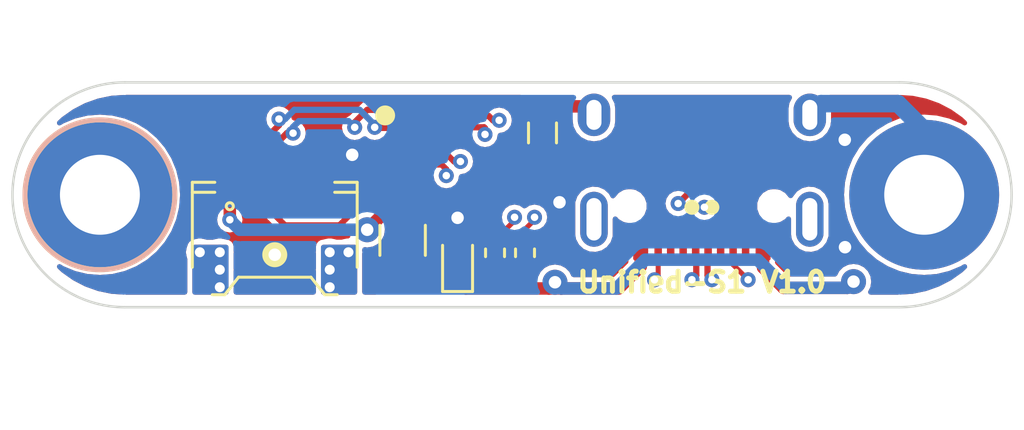
<source format=kicad_pcb>
(kicad_pcb (version 20211014) (generator pcbnew)
  (layers (0 "F.Cu" signal) (1 "In1.Cu" signal) (2 "In2.Cu" signal) (31 "B.Cu" signal) (34 "B.Paste" user) (35 "F.Paste" user) (36 "B.SilkS" user "B.Silkscreen") (37 "F.SilkS" user "F.Silkscreen") (38 "B.Mask" user) (39 "F.Mask" user) (44 "Edge.Cuts" user))
  (net 0 "")
  (net 1 "GND")
  (net 2 "VBUS")
  (net 5 "D+")
  (net 6 "D-")
  (net 7 "Net-(J1-PadA5)")
  (net 8 "Net-(J1-PadB5)")
  (net 9 "5V")
  (net 10 "GNDPWR")
  (footprint "Inductor_SMD:L_0805_2012Metric" (layer "F.Cu") (at 132.71875 92.5225 -90)
    (fp_text reference "FB1" hide)
    (fp_text value "GZ2012D601TF")
    (fp_line (start -0.399622 -0.56) (end 0.399622 -0.56) (layer "F.SilkS") (width 0.12))
    (fp_line (start -0.399622 0.56) (end 0.399622 0.56) (layer "F.SilkS") (width 0.12))
    (pad "1" smd roundrect (at -1.0625 0 270) (size 0.875 1.2) (layers "F.Cu" "F.Paste" "F.Mask") (net 10 "GNDPWR"))
    (pad "2" smd roundrect (at 1.0625 0 270) (size 0.875 1.2) (layers "F.Cu" "F.Paste" "F.Mask") (net 1 "GND"))
  )
  (footprint "Resistor_SMD:R_0402_1005Metric" (layer "F.Cu") (at 130.81875 97.3225 -90)
    (fp_text reference "R2" hide)
    (fp_text value "5.1k")
    (fp_line (start -0.153641 -0.38) (end 0.153641 -0.38) (layer "F.SilkS") (width 0.12))
    (fp_line (start -0.153641 0.38) (end 0.153641 0.38) (layer "F.SilkS") (width 0.12))
    (pad "1" smd roundrect (at -0.51 0 270) (size 0.54 0.64) (layers "F.Cu" "F.Paste" "F.Mask") (net 8 "Net-(J1-PadB5)"))
    (pad "2" smd roundrect (at 0.51 0 270) (size 0.54 0.64) (layers "F.Cu" "F.Paste" "F.Mask") (net 1 "GND"))
  )
  (footprint "MountingHole:MountingHole_3.2mm_M3_DIN965_Pad_TopBottom" (layer "F.Cu") (at 148 95)
    (fp_text reference "H1" hide)
    (fp_text value "MountingHole" hide)
    (pad "1" connect circle (at 0 0) (size 6 6) (layers "F.Cu" "F.Mask") (net 10 "GNDPWR"))
    (pad "1" connect circle (at 0 0) (size 6 6) (layers "B.Cu" "B.Mask") (net 10 "GNDPWR"))
    (pad "1" thru_hole circle (at 0 0) (size 3.6 3.6) (drill 3.2) (layers *.Cu *.Mask) (net 10 "GNDPWR"))
  )
  (footprint "Fuse:Fuse_1206_3216Metric" (layer "F.Cu") (at 127.11875 96.8225 90)
    (fp_text reference "F1" hide)
    (fp_text value "SMD0805-050-16V")
    (fp_line (start -0.602064 0.91) (end 0.602064 0.91) (layer "F.SilkS") (width 0.12))
    (fp_line (start -0.602064 -0.91) (end 0.602064 -0.91) (layer "F.SilkS") (width 0.12))
    (pad "1" smd roundrect (at -1.4 0 90) (size 1.25 1.75) (layers "F.Cu" "F.Paste" "F.Mask") (roundrect_rratio 0.2) (net 2 "VBUS"))
    (pad "2" smd roundrect (at 1.4 0 90) (size 1.25 1.75) (layers "F.Cu" "F.Paste" "F.Mask") (roundrect_rratio 0.2) (net 9 "5V"))
  )
  (footprint "acheron_Components:USON-10_2.5x1.0mm_P0.5mm" (layer "F.Cu") (at 127.41875 92.8225)
    (fp_text reference "U1" hide)
    (fp_text value "TPD4E05U06DQAR")
    (fp_circle (center -1 -1) (end -1 -1) (layer "F.SilkS") (width 0.4) (fill none))
    (pad "1" smd roundrect locked (at -0.385 -1 270) (size 0.25 0.55) (layers "F.Cu" "F.Paste" "F.Mask") (roundrect_rratio 0.5) (net 5 "D+"))
    (pad "2" smd rect locked (at -0.385 -0.5 270) (size 0.25 0.55) (layers "F.Cu" "F.Paste" "F.Mask") (net 6 "D-"))
    (pad "3" smd rect locked (at -0.385 0 270) (size 0.3 0.55) (layers "F.Cu" "F.Paste" "F.Mask") (net 1 "GND"))
    (pad "4" smd rect locked (at -0.385 0.5 270) (size 0.25 0.55) (layers "F.Cu" "F.Paste" "F.Mask") (net 5 "D+"))
    (pad "5" smd rect locked (at -0.385 1 270) (size 0.25 0.55) (layers "F.Cu" "F.Paste" "F.Mask") (net 6 "D-"))
    (pad "6" smd rect locked (at 0.385 1 270) (size 0.25 0.55) (layers "F.Cu" "F.Paste" "F.Mask") (net 6 "D-"))
    (pad "7" smd rect locked (at 0.385 0.5 270) (size 0.25 0.55) (layers "F.Cu" "F.Paste" "F.Mask") (net 5 "D+"))
    (pad "8" smd rect locked (at 0.385 0 270) (size 0.3 0.55) (layers "F.Cu" "F.Paste" "F.Mask") (net 1 "GND"))
    (pad "9" smd rect locked (at 0.385 -0.5 270) (size 0.25 0.55) (layers "F.Cu" "F.Paste" "F.Mask") (net 6 "D-"))
    (pad "10" smd rect locked (at 0.385 -1 270) (size 0.25 0.55) (layers "F.Cu" "F.Paste" "F.Mask") (net 5 "D+"))
  )
  (footprint "locallib:PicoEZMate-Reinforced-Lite" (layer "F.Cu") (at 122 96.5)
    (fp_text reference "J2" hide)
    (fp_text value "78171-0004")
    (fp_line (start -3.3 -2) (end -2.4 -2) (layer "F.SilkS") (width 0.12))
    (fp_line (start -2 2.5) (end -2.5 2.5) (layer "F.SilkS") (width 0.12))
    (fp_line (start 3.3 -1.6) (end 2.4 -1.6) (layer "F.SilkS") (width 0.12))
    (fp_line (start 1.45 1.8) (end -1.45 1.8) (layer "F.SilkS") (width 0.12))
    (fp_line (start -3.3 -2) (end -3.3 1.4) (layer "F.SilkS") (width 0.12))
    (fp_line (start 3.3 -2) (end 3.3 1.4) (layer "F.SilkS") (width 0.12))
    (fp_line (start -2.4 -1.6) (end -3.3 -1.6) (layer "F.SilkS") (width 0.12))
    (fp_line (start 2.4 -2) (end 3.3 -2) (layer "F.SilkS") (width 0.12))
    (fp_line (start 2 2.5) (end 2.5 2.5) (layer "F.SilkS") (width 0.12))
    (fp_line (start 2 2.5) (end 1.45 1.8) (layer "F.SilkS") (width 0.12))
    (fp_line (start -1.45 1.8) (end -2 2.5) (layer "F.SilkS") (width 0.12))
    (fp_circle (center -1.8 -1.041421) (end -1.7 -1.141421) (layer "F.SilkS") (width 0.12) (fill none))
    (pad "" smd roundrect (at -2.575 1.5) (size 1.45 2) (layers "F.Cu") (roundrect_rratio 0.06896551724))
    (pad "" thru_hole circle (at 2.95 0.8) (size 0.6 0.6) (drill 0.4) (layers *.Cu))
    (pad "" thru_hole circle (at -2.2 0.8) (size 0.6 0.6) (drill 0.4) (layers *.Cu))
    (pad "" thru_hole circle (at -2.2 2.2) (size 0.6 0.6) (drill 0.4) (layers *.Cu))
    (pad "" smd roundrect (at 2.575 1.5) (size 1.45 2) (layers "B.Cu") (roundrect_rratio 0.06896551724))
    (pad "" thru_hole circle (at 2.2 2.2) (size 0.6 0.6) (drill 0.4) (layers *.Cu))
    (pad "" thru_hole circle (at 2.2 1.5) (size 0.6 0.6) (drill 0.4) (layers *.Cu))
    (pad "" thru_hole circle (at -3 0.8) (size 0.6 0.6) (drill 0.4) (layers *.Cu))
    (pad "" thru_hole circle (at 2.2 0.8) (size 0.6 0.6) (drill 0.4) (layers *.Cu))
    (pad "" thru_hole circle (at -2.2 1.5) (size 0.6 0.6) (drill 0.4) (layers *.Cu))
    (pad "" smd roundrect (at 2.575 1.5) (size 1.45 2) (layers "F.Cu") (roundrect_rratio 0.06896551724))
    (pad "" smd roundrect (at -2.575 1.5) (size 1.45 2) (layers "B.Cu") (roundrect_rratio 0.06896551724))
    (pad "1" smd roundrect (at -1.8 -2.2) (size 1 1.8) (layers "F.Cu") (roundrect_rratio 0.1666666667) (net 9 "5V"))
    (pad "2" smd roundrect (at -0.6 -2.2) (size 1 1.8) (layers "F.Cu") (roundrect_rratio 0.1666666667) (net 6 "D-"))
    (pad "3" smd roundrect (at 0.6 -2.2) (size 1 1.8) (layers "F.Cu") (roundrect_rratio 0.1666666667) (net 5 "D+"))
    (pad "4" smd roundrect (at 1.8 -2.2) (size 1 1.8) (layers "F.Cu") (roundrect_rratio 0.1666666667) (net 1 "GND"))
  )
  (footprint "MountingHole:MountingHole_3.2mm_M3_DIN965_Pad_TopOnly" (layer "F.Cu") (at 115 95 180)
    (fp_text reference "H2" hide)
    (fp_text value "MountingHole" hide)
    (pad "1" thru_hole circle (at 0 0 180) (size 6 6) (drill 3.2) (layers *.Cu))
  )
  (footprint "locallib:HRO-TYPE-C-31-M-12-Assembly" (layer "F.Cu") (at 139.1 89.2 180)
    (fp_text reference "J1" hide)
    (fp_text value "TYPE-C-31-M-12")
    (pad "" np_thru_hole circle (at 2.89 -6.25 180) (size 0.65 0.65) (drill 0.65) (layers *.Cu *.Mask))
    (pad "" np_thru_hole circle (at -2.89 -6.25 180) (size 0.65 0.65) (drill 0.65) (layers *.Cu *.Mask))
    (pad "A1" smd roundrect (at -3.225 -7.695 180) (size 0.6 1.45) (layers "F.Cu" "F.Paste" "F.Mask") (roundrect_rratio 0.1) (net 1 "GND"))
    (pad "A4" smd roundrect (at -2.45 -7.695 180) (size 0.6 1.45) (layers "F.Cu" "F.Paste" "F.Mask") (roundrect_rratio 0.1) (net 2 "VBUS"))
    (pad "A5" smd roundrect (at -1.25 -7.695 180) (size 0.3 1.45) (layers "F.Cu" "F.Paste" "F.Mask") (roundrect_rratio 0.2) (net 7 "Net-(J1-PadA5)"))
    (pad "A6" smd roundrect (at -0.25 -7.695 180) (size 0.3 1.45) (layers "F.Cu" "F.Paste" "F.Mask") (roundrect_rratio 0.2) (net 5 "D+"))
    (pad "A7" smd roundrect (at 0.25 -7.695 180) (size 0.3 1.45) (layers "F.Cu" "F.Paste" "F.Mask") (roundrect_rratio 0.2) (net 6 "D-"))
    (pad "A8" smd roundrect (at 1.25 -7.695 180) (size 0.3 1.45) (layers "F.Cu" "F.Paste" "F.Mask") (roundrect_rratio 0.2))
    (pad "B1" smd roundrect (at 3.225 -7.695 180) (size 0.6 1.45) (layers "F.Cu" "F.Paste" "F.Mask") (roundrect_rratio 0.1) (net 1 "GND"))
    (pad "B4" smd roundrect (at 2.45 -7.695 180) (size 0.6 1.45) (layers "F.Cu" "F.Paste" "F.Mask") (roundrect_rratio 0.1) (net 2 "VBUS"))
    (pad "B5" smd roundrect (at 1.75 -7.695 180) (size 0.3 1.45) (layers "F.Cu" "F.Paste" "F.Mask") (roundrect_rratio 0.2) (net 8 "Net-(J1-PadB5)"))
    (pad "B6" smd roundrect (at 0.75 -7.695 180) (size 0.3 1.45) (layers "F.Cu" "F.Paste" "F.Mask") (roundrect_rratio 0.2) (net 5 "D+"))
    (pad "B7" smd roundrect (at -0.75 -7.695 180) (size 0.3 1.45) (layers "F.Cu" "F.Paste" "F.Mask") (roundrect_rratio 0.2) (net 6 "D-"))
    (pad "B8" smd roundrect (at -1.75 -7.695 180) (size 0.3 1.45) (layers "F.Cu" "F.Paste" "F.Mask") (roundrect_rratio 0.2))
    (pad "S1" thru_hole oval (at -4.32 -2.6 180) (size 1.3 1.7) (drill oval 0.6 1.2) (layers *.Cu *.Mask) (net 10 "GNDPWR"))
    (pad "S1" thru_hole oval (at -4.32 -6.78 180) (size 1.1 2.2) (drill oval 0.6 1.7) (layers *.Cu *.Mask) (net 10 "GNDPWR"))
    (pad "S1" thru_hole oval (at 4.32 -6.78 180) (size 1.1 2.2) (drill oval 0.6 1.7) (layers *.Cu *.Mask) (net 10 "GNDPWR"))
    (pad "S1" thru_hole oval (at 4.32 -2.6 180) (size 1.3 1.7) (drill oval 0.6 1.2) (layers *.Cu *.Mask) (net 10 "GNDPWR"))
  )
  (footprint "Diode_SMD:D_SOD-523" (layer "F.Cu") (at 129.31875 97.7225 90)
    (fp_text reference "D1" hide)
    (fp_text value "ESD5Z5V0")
    (fp_line (start -1.15 -0.6) (end -1.15 0.6) (layer "F.SilkS") (width 0.12))
    (fp_line (start 0.7 0.6) (end -1.15 0.6) (layer "F.SilkS") (width 0.12))
    (fp_line (start 0.7 -0.6) (end -1.15 -0.6) (layer "F.SilkS") (width 0.12))
    (pad "1" smd rect (at -0.7 0 270) (size 0.6 0.7) (layers "F.Cu" "F.Paste" "F.Mask") (net 2 "VBUS"))
    (pad "2" smd rect (at 0.7 0 270) (size 0.6 0.7) (layers "F.Cu" "F.Paste" "F.Mask") (net 1 "GND"))
  )
  (footprint "Resistor_SMD:R_0402_1005Metric" (layer "F.Cu") (at 132.01875 97.3225 90)
    (fp_text reference "R1" hide)
    (fp_text value "5.1k")
    (fp_line (start -0.153641 -0.38) (end 0.153641 -0.38) (layer "F.SilkS") (width 0.12))
    (fp_line (start -0.153641 0.38) (end 0.153641 0.38) (layer "F.SilkS") (width 0.12))
    (pad "1" smd roundrect (at -0.51 0 90) (size 0.54 0.64) (layers "F.Cu" "F.Paste" "F.Mask") (net 1 "GND"))
    (pad "2" smd roundrect (at 0.51 0 90) (size 0.54 0.64) (layers "F.Cu" "F.Paste" "F.Mask") (net 7 "Net-(J1-PadA5)"))
  )
  (gr_circle (center 115 95) (end 118 95) (layer "B.SilkS") (width 0.2) (fill none))
  (gr_circle (center 115 95) (end 118 95) (layer "F.SilkS") (width 0.2) (fill none))
  (gr_circle (center 122 97.4) (end 122.4 97.4) (layer "F.SilkS") (width 0.2) (fill solid))
  (gr_circle (center 139.5 95.5) (end 139.7 95.5) (layer "F.SilkS") (width 0.2) (fill solid))
  (gr_circle (center 138.7 95.5) (end 138.9 95.5) (layer "F.SilkS") (width 0.2) (fill solid))
  (gr_arc (start 116 99.500001) (mid 111.499999 95) (end 116 90.499999) (layer "Edge.Cuts") (width 0.1))
  (gr_arc (start 147 90.5) (mid 151.5 95) (end 147 99.5) (layer "Edge.Cuts") (width 0.1))
  (gr_line (start 147 90.5) (end 116 90.499999) (layer "Edge.Cuts") (width 0.1))
  (gr_line (start 116 99.500001) (end 147 99.5) (layer "Edge.Cuts") (width 0.1))
  (gr_text "Unified-S1 V1.0" (at 139.1 98.5) (layer "F.SilkS") (effects (font (size 0.8 0.8) (thickness 0.2))))
  (segment (start 135.85 96.8975) (end 135.85 97.327913) (width 0.2) (layer "F.Cu") (net 1))
  (segment (start 142.325 96.895) (end 142.325 97.443635) (width 0.2) (layer "F.Cu") (net 1))
  (segment (start 134.194524 97.998274) (end 133.24375 97.0475) (width 0.2) (layer "F.Cu") (net 1))
  (segment (start 132.50625 93.3725) (end 132.71875 93.585) (width 0.2) (layer "F.Cu") (net 1))
  (segment (start 144.016365 93.585) (end 144.279639 93.848274) (width 0.2) (layer "F.Cu") (net 1))
  (segment (start 127.80375 92.8225) (end 127.03375 92.8225) (width 0.2) (layer "F.Cu") (net 1))
  (segment (start 127.80375 92.8225) (end 129.61875 92.8225) (width 0.2) (layer "F.Cu") (net 1))
  (segment (start 142.325 97.443635) (end 142.729639 97.848274) (width 0.2) (layer "F.Cu") (net 1))
  (segment (start 135.179639 97.998274) (end 134.194524 97.998274) (width 0.2) (layer "F.Cu") (net 1))
  (segment (start 143.947824 97.848274) (end 144.820324 96.975774) (width 0.2) (layer "F.Cu") (net 1))
  (segment (start 124.7 93.4) (end 123.8 94.3) (width 0.2) (layer "F.Cu") (net 1))
  (segment (start 130.42875 97.8325) (end 130.81875 97.8325) (width 0.2) (layer "F.Cu") (net 1))
  (segment (start 144.820324 93.307589) (end 144.279639 93.848274) (width 0.2) (layer "F.Cu") (net 1))
  (segment (start 144.479639 94.698274) (end 144.479639 96.635089) (width 0.2) (layer "F.Cu") (net 1))
  (segment (start 130.16875 93.3725) (end 132.50625 93.3725) (width 0.2) (layer "F.Cu") (net 1))
  (segment (start 133.24375 97.0475) (end 133.24375 94.11) (width 0.2) (layer "F.Cu") (net 1))
  (segment (start 125.1 93.4) (end 124.7 93.4) (width 0.2) (layer "F.Cu") (net 1))
  (segment (start 129.31875 97.0225) (end 129.31875 95.9225) (width 0.2) (layer "F.Cu") (net 1))
  (segment (start 144.479639 96.635089) (end 144.820324 96.975774) (width 0.2) (layer "F.Cu") (net 1))
  (segment (start 129.61875 92.8225) (end 130.16875 93.3725) (width 0.2) (layer "F.Cu") (net 1))
  (segment (start 144.820324 93.048274) (end 144.820324 93.307589) (width 0.2) (layer "F.Cu") (net 1))
  (segment (start 132.01875 97.8325) (end 130.81875 97.8325) (width 0.2) (layer "F.Cu") (net 1))
  (segment (start 142.729639 97.848274) (end 143.947824 97.848274) (width 0.2) (layer "F.Cu") (net 1))
  (segment (start 135.875 96.895) (end 135.875 97.302913) (width 0.2) (layer "F.Cu") (net 1))
  (segment (start 135.875 97.302913) (end 135.179639 97.998274) (width 0.2) (layer "F.Cu") (net 1))
  (segment (start 133.24375 94.11) (end 132.71875 93.585) (width 0.2) (layer "F.Cu") (net 1))
  (segment (start 132.71875 93.585) (end 144.016365 93.585) (width 0.2) (layer "F.Cu") (net 1))
  (segment (start 144.279639 94.498274) (end 144.479639 94.698274) (width 0.2) (layer "F.Cu") (net 1))
  (segment (start 129.61875 97.0225) (end 130.42875 97.8325) (width 0.2) (layer "F.Cu") (net 1))
  (segment (start 132.45875 97.8325) (end 133.24375 97.0475) (width 0.2) (layer "F.Cu") (net 1))
  (segment (start 132.01875 97.8325) (end 132.45875 97.8325) (width 0.2) (layer "F.Cu") (net 1))
  (segment (start 129.31875 97.0225) (end 129.61875 97.0225) (width 0.2) (layer "F.Cu") (net 1))
  (segment (start 144.279639 93.848274) (end 144.279639 94.498274) (width 0.2) (layer "F.Cu") (net 1))
  (via (at 133.4 95.3) (size 1) (drill 0.5) (layers "F.Cu" "B.Cu") (net 1))
  (via (at 144.829639 97.098274) (size 1) (drill 0.5) (layers "F.Cu" "B.Cu") (net 1))
  (via (at 129.31875 95.9225) (size 1) (drill 0.5) (layers "F.Cu" "B.Cu") (net 1))
  (via (at 144.820324 92.798274) (size 1) (drill 0.5) (layers "F.Cu" "B.Cu") (net 1))
  (via (at 122 97.4) (size 1) (drill 0.5) (layers "F.Cu" "B.Cu") (net 1))
  (via (at 125.1 93.4) (size 1) (drill 0.5) (layers "F.Cu" "B.Cu") (net 1))
  (segment (start 127.6225 95.9225) (end 125.1 93.4) (width 0.2) (layer "B.Cu") (net 1))
  (segment (start 129.31875 95.9225) (end 127.6225 95.9225) (width 0.2) (layer "B.Cu") (net 1))
  (segment (start 129.646751 98.750501) (end 129.31875 98.4225) (width 0.5) (layer "F.Cu") (net 2))
  (segment (start 141.55 97.910254) (end 142.366019 98.726274) (width 0.5) (layer "F.Cu") (net 2))
  (segment (start 133.46775 98.75) (end 133.21875 98.501) (width 0.5) (layer "F.Cu") (net 2))
  (segment (start 132.969249 98.750501) (end 129.646751 98.750501) (width 0.5) (layer "F.Cu") (net 2))
  (segment (start 135.765903 98.75) (end 133.46775 98.75) (width 0.5) (layer "F.Cu") (net 2))
  (segment (start 136.651574 96.896574) (end 136.65 96.895) (width 0.5) (layer "F.Cu") (net 2))
  (segment (start 129.11875 98.2225) (end 129.31875 98.4225) (width 0.5) (layer "F.Cu") (net 2))
  (segment (start 144.922139 98.726274) (end 145.171639 98.476774) (width 0.5) (layer "F.Cu") (net 2))
  (segment (start 133.467249 98.750501) (end 133.46775 98.75) (width 0.5) (layer "F.Cu") (net 2))
  (segment (start 136.651574 97.864329) (end 135.765903 98.75) (width 0.5) (layer "F.Cu") (net 2))
  (segment (start 133.21875 98.501) (end 132.969249 98.750501) (width 0.5) (layer "F.Cu") (net 2))
  (segment (start 132.969249 98.750501) (end 133.467249 98.750501) (width 0.5) (layer "F.Cu") (net 2))
  (segment (start 127.11875 98.2225) (end 129.11875 98.2225) (width 0.5) (layer "F.Cu") (net 2))
  (segment (start 142.366019 98.726274) (end 144.922139 98.726274) (width 0.5) (layer "F.Cu") (net 2))
  (segment (start 141.55 96.895) (end 141.55 97.910254) (width 0.5) (layer "F.Cu") (net 2))
  (segment (start 136.651574 97.864329) (end 136.651574 96.896574) (width 0.5) (layer "F.Cu") (net 2))
  (via (at 133.21875 98.501) (size 1) (drill 0.5) (layers "F.Cu" "B.Cu") (net 2))
  (via (at 145.171639 98.476774) (size 1) (drill 0.5) (layers "F.Cu" "B.Cu") (net 2))
  (segment (start 145.171639 98.476774) (end 144.923413 98.725) (width 0.5) (layer "B.Cu") (net 2))
  (segment (start 141.329639 97.598274) (end 136.829639 97.598274) (width 0.5) (layer "B.Cu") (net 2))
  (segment (start 144.923413 98.725) (end 142.456365 98.725) (width 0.5) (layer "B.Cu") (net 2))
  (segment (start 135.677913 98.75) (end 133.46775 98.75) (width 0.5) (layer "B.Cu") (net 2))
  (segment (start 142.456365 98.725) (end 141.329639 97.598274) (width 0.5) (layer "B.Cu") (net 2))
  (segment (start 133.46775 98.75) (end 133.21875 98.501) (width 0.5) (layer "B.Cu") (net 2))
  (segment (start 136.829639 97.598274) (end 135.677913 98.75) (width 0.5) (layer "B.Cu") (net 2))
  (segment (start 139.35 96.895) (end 139.325001 96.919999) (width 0.25) (layer "F.Cu") (net 5))
  (segment (start 124.980747 95.209181) (end 124.409181 95.780747) (width 0.238506) (layer "F.Cu") (net 5))
  (segment (start 122.485356 92.532843) (end 122.225001 92.793198) (width 0.25) (layer "F.Cu") (net 5))
  (segment (start 122.590819 95.780747) (end 122.219253 95.409181) (width 0.238506) (layer "F.Cu") (net 5))
  (segment (start 122.732843 92.532843) (end 122.485356 92.532843) (width 0.25) (layer "F.Cu") (net 5))
  (segment (start 127.03375 93.3225) (end 126.88375 93.3225) (width 0.238506) (layer "F.Cu") (net 5))
  (segment (start 127.80375 91.8225) (end 127.03375 91.8225) (width 0.25) (layer "F.Cu") (net 5))
  (segment (start 128.216251 93.3225) (end 128.246998 93.353247) (width 0.238506) (layer "F.Cu") (net 5))
  (segment (start 129.177228 93.667157) (end 129.432843 93.667157) (width 0.238506) (layer "F.Cu") (net 5))
  (segment (start 128.241251 91.8475) (end 130.565699 91.8475) (width 0.25) (layer "F.Cu") (net 5))
  (segment (start 124.409181 95.780747) (end 122.590819 95.780747) (width 0.238506) (layer "F.Cu") (net 5))
  (segment (start 138.35 96.05) (end 138.9 95.5) (width 0.25) (layer "F.Cu") (net 5))
  (segment (start 125.7 91.6) (end 125.2 92.1) (width 0.25) (layer "F.Cu") (net 5))
  (segment (start 122.219253 94.680747) (end 122.6 94.3) (width 0.238506) (layer "F.Cu") (net 5))
  (segment (start 130.735356 92.017157) (end 130.982843 92.017157) (width 0.25) (layer "F.Cu") (net 5))
  (segment (start 125.2 92.1) (end 125.2 92.3) (width 0.25) (layer "F.Cu") (net 5))
  (segment (start 122.225001 92.793198) (end 122.225001 93.925001) (width 0.25) (layer "F.Cu") (net 5))
  (segment (start 122.219253 95.409181) (end 122.219253 94.680747) (width 0.238506) (layer "F.Cu") (net 5))
  (segment (start 127.03375 93.3225) (end 127.80375 93.3225) (width 0.238506) (layer "F.Cu") (net 5))
  (segment (start 126.5225 91.8225) (end 127.03375 91.8225) (width 0.25) (layer "F.Cu") (net 5))
  (segment (start 139.325001 96.919999) (end 139.325001 98.225001) (width 0.25) (layer "F.Cu") (net 5))
  (segment (start 130.565699 91.8475) (end 130.735356 92.017157) (width 0.25) (layer "F.Cu") (net 5))
  (segment (start 126.88375 93.3225) (end 126.853003 93.353247) (width 0.238506) (layer "F.Cu") (net 5))
  (segment (start 125.7 91.6) (end 126.3 91.6) (width 0.25) (layer "F.Cu") (net 5))
  (segment (start 128.246998 93.353247) (end 128.863318 93.353247) (width 0.238506) (layer "F.Cu") (net 5))
  (segment (start 139.325001 98.225001) (end 139.5 98.4) (width 0.25) (layer "F.Cu") (net 5))
  (segment (start 127.80375 93.3225) (end 128.216251 93.3225) (width 0.238506) (layer "F.Cu") (net 5))
  (segment (start 138.9 95.5) (end 139.2 95.5) (width 0.25) (layer "F.Cu") (net 5))
  (segment (start 127.80375 91.8225) (end 128.216251 91.8225) (width 0.25) (layer "F.Cu") (net 5))
  (segment (start 126.436681 93.353247) (end 124.980747 94.809181) (width 0.238506) (layer "F.Cu") (net 5))
  (segment (start 126.853003 93.353247) (end 126.436681 93.353247) (width 0.238506) (layer "F.Cu") (net 5))
  (segment (start 128.216251 91.8225) (end 128.241251 91.8475) (width 0.25) (layer "F.Cu") (net 5))
  (segment (start 122.225001 93.925001) (end 122.6 94.3) (width 0.25) (layer "F.Cu") (net 5))
  (segment (start 128.863318 93.353247) (end 129.177228 93.667157) (width 0.238506) (layer "F.Cu") (net 5))
  (segment (start 124.980747 94.809181) (end 124.980747 95.209181) (width 0.238506) (layer "F.Cu") (net 5))
  (segment (start 138.35 96.895) (end 138.35 96.05) (width 0.25) (layer "F.Cu") (net 5))
  (segment (start 126.3 91.6) (end 126.5225 91.8225) (width 0.25) (layer "F.Cu") (net 5))
  (via (at 122.732843 92.532843) (size 0.6) (drill 0.3) (layers "F.Cu" "B.Cu") (net 5))
  (via (at 139.5 98.4) (size 0.6) (drill 0.3) (layers "F.Cu" "B.Cu") (net 5))
  (via (at 129.432843 93.667157) (size 0.6) (drill 0.3) (layers "F.Cu" "B.Cu") (net 5))
  (via (at 125.2 92.3) (size 0.6) (drill 0.3) (layers "F.Cu" "B.Cu") (net 5))
  (via (at 130.982843 92.017157) (size 0.6) (drill 0.3) (layers "F.Cu" "B.Cu") (net 5))
  (via (at 139.2 95.5) (size 0.6) (drill 0.3) (layers "F.Cu" "B.Cu") (net 5))
  (segment (start 124.95 92.05) (end 122.968199 92.05) (width 0.25) (layer "B.Cu") (net 5))
  (segment (start 125.2 92.3) (end 124.95 92.05) (width 0.25) (layer "B.Cu") (net 5))
  (segment (start 122.732843 92.285356) (end 122.732843 92.532843) (width 0.25) (layer "B.Cu") (net 5))
  (segment (start 122.968199 92.05) (end 122.732843 92.285356) (width 0.25) (layer "B.Cu") (net 5))
  (segment (start 126.88375 93.8225) (end 126.853003 93.791753) (width 0.238506) (layer "F.Cu") (net 6))
  (segment (start 121.780747 95.590819) (end 121.780747 94.680747) (width 0.238506) (layer "F.Cu") (net 6))
  (segment (start 126.853003 93.791753) (end 126.618319 93.791753) (width 0.238506) (layer "F.Cu") (net 6))
  (segment (start 127.03375 92.3225) (end 126.0225 92.3225) (width 0.25) (layer "F.Cu") (net 6))
  (segment (start 126.0225 92.3225) (end 126 92.3) (width 0.25) (layer "F.Cu") (net 6))
  (segment (start 128.241251 92.2975) (end 130.379301 92.2975) (width 0.25) (layer "F.Cu") (net 6))
  (segment (start 121.780747 94.680747) (end 121.4 94.3) (width 0.238506) (layer "F.Cu") (net 6))
  (segment (start 127.80375 92.3225) (end 128.216251 92.3225) (width 0.25) (layer "F.Cu") (net 6))
  (segment (start 122.167157 92.214644) (end 121.774999 92.606802) (width 0.25) (layer "F.Cu") (net 6))
  (segment (start 128.216251 93.8225) (end 128.246998 93.791753) (width 0.238506) (layer "F.Cu") (net 6))
  (segment (start 122.167157 91.967157) (end 122.167157 92.214644) (width 0.25) (layer "F.Cu") (net 6))
  (segment (start 125.419253 95.390819) (end 124.590819 96.219253) (width 0.238506) (layer "F.Cu") (net 6))
  (segment (start 138.874999 96.919999) (end 138.874999 98.225001) (width 0.25) (layer "F.Cu") (net 6))
  (segment (start 127.03375 93.8225) (end 126.88375 93.8225) (width 0.238506) (layer "F.Cu") (net 6))
  (segment (start 126.618319 93.791753) (end 125.419253 94.990819) (width 0.238506) (layer "F.Cu") (net 6))
  (segment (start 138.874999 98.225001) (end 138.7 98.4) (width 0.25) (layer "F.Cu") (net 6))
  (segment (start 138.65 94.85) (end 139.45 94.85) (width 0.25) (layer "F.Cu") (net 6))
  (segment (start 128.867157 93.977228) (end 128.867157 94.232843) (width 0.238506) (layer "F.Cu") (net 6))
  (segment (start 139.45 94.85) (end 139.85 95.25) (width 0.25) (layer "F.Cu") (net 6))
  (segment (start 138.85 96.895) (end 138.874999 96.919999) (width 0.25) (layer "F.Cu") (net 6))
  (segment (start 121.774999 93.925001) (end 121.4 94.3) (width 0.25) (layer "F.Cu") (net 6))
  (segment (start 127.80375 93.8225) (end 128.216251 93.8225) (width 0.238506) (layer "F.Cu") (net 6))
  (segment (start 139.85 95.25) (end 139.85 96.895) (width 0.25) (layer "F.Cu") (net 6))
  (segment (start 124.590819 96.219253) (end 122.409181 96.219253) (width 0.238506) (layer "F.Cu") (net 6))
  (segment (start 127.80375 92.3225) (end 127.03375 92.3225) (width 0.25) (layer "F.Cu") (net 6))
  (segment (start 128.246998 93.791753) (end 128.681682 93.791753) (width 0.238506) (layer "F.Cu") (net 6))
  (segment (start 127.80375 93.8225) (end 127.03375 93.8225) (width 0.238506) (layer "F.Cu") (net 6))
  (segment (start 121.774999 92.606802) (end 121.774999 93.925001) (width 0.25) (layer "F.Cu") (net 6))
  (segment (start 130.379301 92.2975) (end 130.417157 92.335356) (width 0.25) (layer "F.Cu") (net 6))
  (segment (start 128.681682 93.791753) (end 128.867157 93.977228) (width 0.238506) (layer "F.Cu") (net 6))
  (segment (start 128.216251 92.3225) (end 128.241251 92.2975) (width 0.25) (layer "F.Cu") (net 6))
  (segment (start 125.419253 94.990819) (end 125.419253 95.390819) (width 0.238506) (layer "F.Cu") (net 6))
  (segment (start 130.417157 92.335356) (end 130.417157 92.582843) (width 0.25) (layer "F.Cu") (net 6))
  (segment (start 122.409181 96.219253) (end 121.780747 95.590819) (width 0.238506) (layer "F.Cu") (net 6))
  (segment (start 138.15 95.35) (end 138.65 94.85) (width 0.25) (layer "F.Cu") (net 6))
  (via (at 138.7 98.4) (size 0.6) (drill 0.3) (layers "F.Cu" "B.Cu") (net 6))
  (via (at 138.15 95.35) (size 0.6) (drill 0.3) (layers "F.Cu" "B.Cu") (net 6))
  (via (at 128.867157 94.232843) (size 0.6) (drill 0.3) (layers "F.Cu" "B.Cu") (net 6))
  (via (at 130.417157 92.582843) (size 0.6) (drill 0.3) (layers "F.Cu" "B.Cu") (net 6))
  (via (at 122.167157 91.967157) (size 0.6) (drill 0.3) (layers "F.Cu" "B.Cu") (net 6))
  (via (at 126 92.3) (size 0.6) (drill 0.3) (layers "F.Cu" "B.Cu") (net 6))
  (segment (start 126 92.2) (end 125.4 91.6) (width 0.25) (layer "B.Cu") (net 6))
  (segment (start 126 92.3) (end 126 92.2) (width 0.25) (layer "B.Cu") (net 6))
  (segment (start 122.781801 91.6) (end 122.414644 91.967157) (width 0.25) (layer "B.Cu") (net 6))
  (segment (start 122.414644 91.967157) (end 122.167157 91.967157) (width 0.25) (layer "B.Cu") (net 6))
  (segment (start 125.4 91.6) (end 122.781801 91.6) (width 0.25) (layer "B.Cu") (net 6))
  (segment (start 132.4 96) (end 132.4 95.9) (width 0.2) (layer "F.Cu") (net 7))
  (segment (start 140.351574 97.800774) (end 140.351574 96.896574) (width 0.2) (layer "F.Cu") (net 7))
  (segment (start 132.01875 96.8125) (end 132.01875 96.38125) (width 0.2) (layer "F.Cu") (net 7))
  (segment (start 132.01875 96.38125) (end 132.4 96) (width 0.2) (layer "F.Cu") (net 7))
  (segment (start 140.351574 96.896574) (end 140.35 96.895) (width 0.2) (layer "F.Cu") (net 7))
  (segment (start 140.351574 97.800774) (end 140.951574 98.400774) (width 0.2) (layer "F.Cu") (net 7))
  (via (at 132.4 95.9) (size 0.6) (drill 0.3) (layers "F.Cu" "B.Cu") (net 7))
  (via (at 140.951574 98.400774) (size 0.6) (drill 0.3) (layers "F.Cu" "B.Cu") (net 7))
  (segment (start 137.35 96.895) (end 137.35 98.254848) (width 0.2) (layer "F.Cu") (net 8))
  (segment (start 137.35 98.254848) (end 137.201574 98.403274) (width 0.2) (layer "F.Cu") (net 8))
  (segment (start 131.6 96.03125) (end 130.81875 96.8125) (width 0.2) (layer "F.Cu") (net 8))
  (segment (start 131.6 95.9) (end 131.6 96.03125) (width 0.2) (layer "F.Cu") (net 8))
  (via (at 137.201574 98.403274) (size 0.6) (drill 0.3) (layers "F.Cu" "B.Cu") (net 8))
  (via (at 131.6 95.9) (size 0.6) (drill 0.3) (layers "F.Cu" "B.Cu") (net 8))
  (segment (start 126.6775 95.4225) (end 125.7 96.4) (width 0.5) (layer "F.Cu") (net 9))
  (segment (start 127.11875 95.4225) (end 126.6775 95.4225) (width 0.5) (layer "F.Cu") (net 9))
  (segment (start 120.2 96) (end 120.2 94.3) (width 0.5) (layer "F.Cu") (net 9))
  (via (at 125.7 96.4) (size 1) (drill 0.5) (layers "F.Cu" "B.Cu") (net 9))
  (via (at 120.2 96) (size 0.6) (drill 0.3) (layers "F.Cu" "B.Cu") (net 9))
  (segment (start 125.7 96.4) (end 120.6 96.4) (width 0.5) (layer "B.Cu") (net 9))
  (segment (start 120.6 96.4) (end 120.2 96) (width 0.5) (layer "B.Cu") (net 9))
  (segment (start 132.71875 91.46) (end 134.44 91.46) (width 0.5) (layer "F.Cu") (net 10))
  (segment (start 134.44 91.46) (end 134.78 91.8) (width 0.5) (layer "F.Cu") (net 10))
  (segment (start 146.95 91.35) (end 148 92.4) (width 0.7) (layer "B.Cu") (net 10))
  (segment (start 148 94.10375) (end 148 95) (width 1) (layer "B.Cu") (net 10))
  (segment (start 143.87 91.35) (end 146.95 91.35) (width 0.7) (layer "B.Cu") (net 10))
  (segment (start 148 92.4) (end 148 95) (width 0.7) (layer "B.Cu") (net 10))
  (segment (start 143.42 91.8) (end 143.87 91.35) (width 0.7) (layer "B.Cu") (net 10))
  (zone (net 1) (net_name "GND") (layers "F.Cu" "In1.Cu" "In2.Cu" "B.Cu") (connect_pads yes (clearance 0.2)) (min_thickness 0.2) (fill yes (thermal_gap 0.25) (thermal_bridge_width 0.25))
    (polygon (pts (xy 152 99.9225) (xy 111 100) (xy 111 90) (xy 152 89.9225)))
  )
)
</source>
